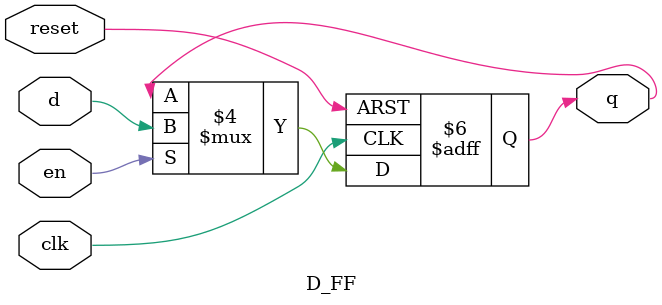
<source format=v>
module D_FF(
	input wire clk, reset, en, //en: enable 
	input wire d,
	output reg q
	
);

always @(posedge clk, posedge reset)
begin
	if (reset ==1)
		q<=0;
	else if (en==1)
		q<=d;
end
endmodule
</source>
